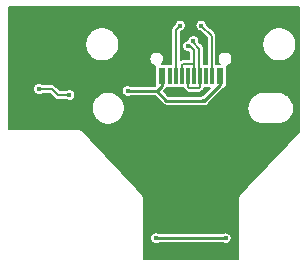
<source format=gbr>
%TF.GenerationSoftware,KiCad,Pcbnew,(5.1.10)-1*%
%TF.CreationDate,2022-04-16T23:27:38-04:00*%
%TF.ProjectId,001,3030312e-6b69-4636-9164-5f7063625858,rev?*%
%TF.SameCoordinates,Original*%
%TF.FileFunction,Copper,L2,Bot*%
%TF.FilePolarity,Positive*%
%FSLAX46Y46*%
G04 Gerber Fmt 4.6, Leading zero omitted, Abs format (unit mm)*
G04 Created by KiCad (PCBNEW (5.1.10)-1) date 2022-04-16 23:27:38*
%MOMM*%
%LPD*%
G01*
G04 APERTURE LIST*
%TA.AperFunction,SMDPad,CuDef*%
%ADD10R,0.600000X1.450000*%
%TD*%
%TA.AperFunction,SMDPad,CuDef*%
%ADD11R,0.300000X1.450000*%
%TD*%
%TA.AperFunction,ComponentPad*%
%ADD12O,1.000000X2.100000*%
%TD*%
%TA.AperFunction,ComponentPad*%
%ADD13O,1.000000X1.600000*%
%TD*%
%TA.AperFunction,ViaPad*%
%ADD14C,0.400000*%
%TD*%
%TA.AperFunction,Conductor*%
%ADD15C,0.200000*%
%TD*%
%TA.AperFunction,Conductor*%
%ADD16C,0.250000*%
%TD*%
%TA.AperFunction,Conductor*%
%ADD17C,0.100000*%
%TD*%
G04 APERTURE END LIST*
D10*
%TO.P,J1,B1*%
%TO.N,GND*%
X123154900Y-59515900D03*
%TO.P,J1,A9*%
%TO.N,VCC*%
X122354900Y-59515900D03*
%TO.P,J1,B9*%
X117454900Y-59515900D03*
%TO.P,J1,B12*%
%TO.N,GND*%
X116654900Y-59515900D03*
%TO.P,J1,A1*%
X116654900Y-59515900D03*
%TO.P,J1,A4*%
%TO.N,VCC*%
X117454900Y-59515900D03*
%TO.P,J1,B4*%
X122354900Y-59515900D03*
%TO.P,J1,A12*%
%TO.N,GND*%
X123154900Y-59515900D03*
D11*
%TO.P,J1,B8*%
%TO.N,Net-(J1-PadB8)*%
X118154900Y-59515900D03*
%TO.P,J1,A5*%
%TO.N,Net-(J1-PadA5)*%
X118654900Y-59515900D03*
%TO.P,J1,B7*%
%TO.N,/d-*%
X119154900Y-59515900D03*
%TO.P,J1,A7*%
X120154900Y-59515900D03*
%TO.P,J1,B6*%
%TO.N,/d+*%
X120654900Y-59515900D03*
%TO.P,J1,A8*%
%TO.N,Net-(J1-PadA8)*%
X121154900Y-59515900D03*
%TO.P,J1,B5*%
%TO.N,Net-(J1-PadB5)*%
X121654900Y-59515900D03*
%TO.P,J1,A6*%
%TO.N,/d+*%
X119654900Y-59515900D03*
D12*
%TO.P,J1,S1*%
%TO.N,GND*%
X124224900Y-58600900D03*
X115584900Y-58600900D03*
D13*
X115584900Y-54420900D03*
X124224900Y-54420900D03*
%TD*%
D14*
%TO.N,GND*%
X106807000Y-59055000D03*
X106680000Y-56515000D03*
X109982000Y-58674000D03*
X110744000Y-59436000D03*
X112268000Y-59944000D03*
X113665000Y-59436000D03*
X114427000Y-58674000D03*
X116459000Y-57277000D03*
X118110000Y-57277000D03*
X119380000Y-57785000D03*
X121158000Y-58039000D03*
X121031000Y-56642000D03*
X119888000Y-55499000D03*
X120015000Y-61087000D03*
X118618000Y-60960000D03*
X113538000Y-63881000D03*
X115443000Y-65786000D03*
X117094000Y-67437000D03*
X123571000Y-70739000D03*
X123825000Y-67183000D03*
X123825000Y-62865000D03*
X115062000Y-61595000D03*
X116967000Y-61976000D03*
X119253000Y-62230000D03*
X122428000Y-56769000D03*
X122047000Y-55499000D03*
X117221000Y-55499000D03*
X114554000Y-55753000D03*
X114046000Y-56388000D03*
X110871000Y-56261000D03*
X109982000Y-55880000D03*
X109093000Y-62865000D03*
X111379000Y-61341000D03*
X110236000Y-57277000D03*
X121666000Y-70739000D03*
X121920000Y-68326000D03*
X119761000Y-68961000D03*
X122047000Y-66675000D03*
X122047000Y-63754000D03*
X120904000Y-62738000D03*
X105110000Y-63460000D03*
X107420000Y-63560000D03*
%TO.N,Net-(J1-PadB5)*%
X120777000Y-55245000D03*
%TO.N,Net-(J1-PadA5)*%
X118999000Y-55245000D03*
%TO.N,/d-*%
X119658190Y-56998810D03*
%TO.N,/d+*%
X120117810Y-56539190D03*
%TO.N,VCC*%
X114546168Y-60779632D03*
X121034901Y-61595901D03*
%TO.N,/R*%
X107027160Y-60624599D03*
X109626341Y-61120901D03*
%TO.N,/Annode*%
X116954900Y-73250000D03*
X122854900Y-73250000D03*
%TD*%
D15*
%TO.N,Net-(J1-PadB5)*%
X121654900Y-56122900D02*
X120777000Y-55245000D01*
X121654900Y-59515900D02*
X121654900Y-56122900D01*
%TO.N,Net-(J1-PadA5)*%
X118654900Y-55589100D02*
X118999000Y-55245000D01*
X118654900Y-59515900D02*
X118654900Y-55589100D01*
%TO.N,/d-*%
X120154900Y-58600898D02*
X120154900Y-59515900D01*
X119254901Y-58490899D02*
X120044901Y-58490899D01*
X120044901Y-58490899D02*
X120154900Y-58600898D01*
X119154900Y-58590900D02*
X119254901Y-58490899D01*
X119154900Y-59515900D02*
X119154900Y-58590900D01*
X119658190Y-56998810D02*
X119799611Y-56998810D01*
X120154900Y-59515900D02*
X120154900Y-57354100D01*
X119799611Y-56998810D02*
X120046400Y-57245600D01*
X120154900Y-57354100D02*
X120046400Y-57245600D01*
%TO.N,/d+*%
X119654900Y-60430902D02*
X119654900Y-59515900D01*
X119764899Y-60540901D02*
X119654900Y-60430902D01*
X120554899Y-60540901D02*
X119764899Y-60540901D01*
X120654900Y-60440900D02*
X120554899Y-60540901D01*
X120654900Y-59515900D02*
X120654900Y-60440900D01*
X120629900Y-59490900D02*
X120654900Y-59515900D01*
X120629900Y-57192701D02*
X120629900Y-59490900D01*
X120117810Y-56680611D02*
X120629900Y-57192701D01*
X120117810Y-56539190D02*
X120117810Y-56680611D01*
D16*
%TO.N,VCC*%
X122354900Y-59515900D02*
X122354900Y-60275902D01*
X122354900Y-60275902D02*
X121034901Y-61595901D01*
X114546168Y-60779632D02*
X117001170Y-60779632D01*
X117001170Y-60779632D02*
X117454900Y-60325902D01*
X117454900Y-60325902D02*
X117454900Y-59515900D01*
X121034901Y-61595901D02*
X117817439Y-61595901D01*
X117817439Y-61595901D02*
X117001170Y-60779632D01*
D15*
%TO.N,/R*%
X109626341Y-61120901D02*
X108618901Y-61120901D01*
X108122599Y-60624599D02*
X107027160Y-60624599D01*
X108618901Y-61120901D02*
X108122599Y-60624599D01*
D16*
%TO.N,/Annode*%
X116954900Y-73250000D02*
X122854900Y-73250000D01*
%TD*%
D15*
%TO.N,GND*%
X129088000Y-64258884D02*
X123984482Y-69610983D01*
X123975080Y-69618699D01*
X123962452Y-69634085D01*
X123959779Y-69636889D01*
X123952322Y-69646429D01*
X123934466Y-69668186D01*
X123932629Y-69671623D01*
X123930230Y-69674692D01*
X123917555Y-69699824D01*
X123904288Y-69724646D01*
X123903157Y-69728374D01*
X123901402Y-69731854D01*
X123893866Y-69759002D01*
X123885704Y-69785909D01*
X123885323Y-69789780D01*
X123884279Y-69793540D01*
X123882185Y-69821642D01*
X123881001Y-69833659D01*
X123881001Y-69837523D01*
X123879521Y-69857381D01*
X123881001Y-69869458D01*
X123881000Y-75049500D01*
X115958500Y-75049500D01*
X115958500Y-73200754D01*
X116454900Y-73200754D01*
X116454900Y-73299246D01*
X116474115Y-73395845D01*
X116511806Y-73486839D01*
X116566525Y-73568731D01*
X116636169Y-73638375D01*
X116718061Y-73693094D01*
X116809055Y-73730785D01*
X116905654Y-73750000D01*
X117004146Y-73750000D01*
X117100745Y-73730785D01*
X117191739Y-73693094D01*
X117218818Y-73675000D01*
X122590982Y-73675000D01*
X122618061Y-73693094D01*
X122709055Y-73730785D01*
X122805654Y-73750000D01*
X122904146Y-73750000D01*
X123000745Y-73730785D01*
X123091739Y-73693094D01*
X123173631Y-73638375D01*
X123243275Y-73568731D01*
X123297994Y-73486839D01*
X123335685Y-73395845D01*
X123354900Y-73299246D01*
X123354900Y-73200754D01*
X123335685Y-73104155D01*
X123297994Y-73013161D01*
X123243275Y-72931269D01*
X123173631Y-72861625D01*
X123091739Y-72806906D01*
X123000745Y-72769215D01*
X122904146Y-72750000D01*
X122805654Y-72750000D01*
X122709055Y-72769215D01*
X122618061Y-72806906D01*
X122590982Y-72825000D01*
X117218818Y-72825000D01*
X117191739Y-72806906D01*
X117100745Y-72769215D01*
X117004146Y-72750000D01*
X116905654Y-72750000D01*
X116809055Y-72769215D01*
X116718061Y-72806906D01*
X116636169Y-72861625D01*
X116566525Y-72931269D01*
X116511806Y-73013161D01*
X116474115Y-73104155D01*
X116454900Y-73200754D01*
X115958500Y-73200754D01*
X115958500Y-69870776D01*
X115959928Y-69859657D01*
X115958500Y-69838868D01*
X115958500Y-69834039D01*
X115957404Y-69822911D01*
X115955541Y-69795789D01*
X115954272Y-69791112D01*
X115953797Y-69786289D01*
X115945901Y-69760260D01*
X115938777Y-69734003D01*
X115936619Y-69729663D01*
X115935213Y-69725026D01*
X115922388Y-69701031D01*
X115910281Y-69676675D01*
X115907321Y-69672842D01*
X115905035Y-69668566D01*
X115887765Y-69647524D01*
X115880952Y-69638702D01*
X115877653Y-69635202D01*
X115864421Y-69619079D01*
X115855748Y-69611961D01*
X110670654Y-64110702D01*
X110657421Y-64094579D01*
X110636379Y-64077310D01*
X110615884Y-64059450D01*
X110611684Y-64057043D01*
X110607934Y-64053965D01*
X110583918Y-64041129D01*
X110560341Y-64027615D01*
X110555750Y-64026073D01*
X110551474Y-64023787D01*
X110525438Y-64015889D01*
X110499655Y-64007227D01*
X110494848Y-64006610D01*
X110490211Y-64005203D01*
X110463117Y-64002534D01*
X110436157Y-63999072D01*
X110415368Y-64000500D01*
X104465000Y-64000500D01*
X104465000Y-62112486D01*
X111516617Y-62112486D01*
X111516617Y-62385954D01*
X111569968Y-62654167D01*
X111674620Y-62906818D01*
X111826550Y-63134199D01*
X112019921Y-63327570D01*
X112247302Y-63479500D01*
X112499953Y-63584152D01*
X112768166Y-63637503D01*
X113041634Y-63637503D01*
X113309847Y-63584152D01*
X113562498Y-63479500D01*
X113789879Y-63327570D01*
X113983250Y-63134199D01*
X114135180Y-62906818D01*
X114239832Y-62654167D01*
X114293183Y-62385954D01*
X114293183Y-62227096D01*
X124681263Y-62227096D01*
X124681469Y-62256556D01*
X124681264Y-62286005D01*
X124681706Y-62290521D01*
X124703126Y-62494323D01*
X124709049Y-62523178D01*
X124714569Y-62552113D01*
X124715881Y-62556458D01*
X124776479Y-62752217D01*
X124787898Y-62779381D01*
X124798928Y-62806681D01*
X124801058Y-62810689D01*
X124898525Y-62990951D01*
X124914992Y-63015363D01*
X124931126Y-63040019D01*
X124933994Y-63043536D01*
X125064617Y-63201432D01*
X125085511Y-63222180D01*
X125106128Y-63243233D01*
X125109625Y-63246126D01*
X125268429Y-63375644D01*
X125292974Y-63391951D01*
X125317269Y-63408586D01*
X125321261Y-63410745D01*
X125502198Y-63506951D01*
X125529412Y-63518167D01*
X125556505Y-63529779D01*
X125560840Y-63531122D01*
X125757018Y-63590352D01*
X125785916Y-63596074D01*
X125814726Y-63602197D01*
X125819240Y-63602672D01*
X126023186Y-63622669D01*
X126023192Y-63622669D01*
X126038939Y-63624220D01*
X127270861Y-63624220D01*
X127287644Y-63622567D01*
X127301275Y-63622567D01*
X127305788Y-63622093D01*
X127509435Y-63599250D01*
X127538225Y-63593130D01*
X127567142Y-63587404D01*
X127571477Y-63586062D01*
X127766809Y-63524099D01*
X127793841Y-63512512D01*
X127821117Y-63501270D01*
X127825109Y-63499111D01*
X128004685Y-63400388D01*
X128028992Y-63383745D01*
X128053523Y-63367446D01*
X128057020Y-63364554D01*
X128214002Y-63232832D01*
X128234607Y-63211790D01*
X128255512Y-63191030D01*
X128258381Y-63187513D01*
X128386788Y-63027808D01*
X128402924Y-63003149D01*
X128419389Y-62978739D01*
X128421519Y-62974732D01*
X128516459Y-62793128D01*
X128527476Y-62765859D01*
X128538908Y-62738663D01*
X128540220Y-62734318D01*
X128598079Y-62537731D01*
X128603600Y-62508790D01*
X128609521Y-62479941D01*
X128609965Y-62475424D01*
X128628537Y-62271345D01*
X128628331Y-62241885D01*
X128628536Y-62212436D01*
X128628094Y-62207919D01*
X128606674Y-62004117D01*
X128600751Y-61975263D01*
X128595231Y-61946327D01*
X128593919Y-61941983D01*
X128533321Y-61746223D01*
X128521907Y-61719071D01*
X128510872Y-61691759D01*
X128508742Y-61687752D01*
X128411275Y-61507489D01*
X128394808Y-61483077D01*
X128378674Y-61458421D01*
X128375806Y-61454904D01*
X128245183Y-61297008D01*
X128224272Y-61276243D01*
X128203672Y-61255207D01*
X128200175Y-61252314D01*
X128041370Y-61122796D01*
X128016821Y-61106485D01*
X127992531Y-61089854D01*
X127988539Y-61087695D01*
X127807602Y-60991489D01*
X127780420Y-60980286D01*
X127753295Y-60968660D01*
X127748960Y-60967318D01*
X127552782Y-60908088D01*
X127523884Y-60902366D01*
X127495074Y-60896243D01*
X127490560Y-60895768D01*
X127286614Y-60875771D01*
X127286608Y-60875771D01*
X127270861Y-60874220D01*
X126038939Y-60874220D01*
X126022156Y-60875873D01*
X126008525Y-60875873D01*
X126004012Y-60876347D01*
X125800365Y-60899190D01*
X125771538Y-60905318D01*
X125742658Y-60911037D01*
X125738322Y-60912378D01*
X125542991Y-60974341D01*
X125515947Y-60985933D01*
X125488683Y-60997170D01*
X125484691Y-60999328D01*
X125305115Y-61098052D01*
X125280834Y-61114677D01*
X125256277Y-61130993D01*
X125252780Y-61133886D01*
X125095799Y-61265608D01*
X125075196Y-61286647D01*
X125054288Y-61307410D01*
X125051419Y-61310927D01*
X124923012Y-61470633D01*
X124906876Y-61495292D01*
X124890411Y-61519702D01*
X124888280Y-61523709D01*
X124793341Y-61705312D01*
X124782312Y-61732610D01*
X124770892Y-61759777D01*
X124769580Y-61764121D01*
X124711721Y-61960709D01*
X124706199Y-61989656D01*
X124700279Y-62018499D01*
X124699835Y-62023016D01*
X124681263Y-62227096D01*
X114293183Y-62227096D01*
X114293183Y-62112486D01*
X114239832Y-61844273D01*
X114135180Y-61591622D01*
X113983250Y-61364241D01*
X113789879Y-61170870D01*
X113562498Y-61018940D01*
X113309847Y-60914288D01*
X113041634Y-60860937D01*
X112768166Y-60860937D01*
X112499953Y-60914288D01*
X112247302Y-61018940D01*
X112019921Y-61170870D01*
X111826550Y-61364241D01*
X111674620Y-61591622D01*
X111569968Y-61844273D01*
X111516617Y-62112486D01*
X104465000Y-62112486D01*
X104465000Y-60575353D01*
X106527160Y-60575353D01*
X106527160Y-60673845D01*
X106546375Y-60770444D01*
X106584066Y-60861438D01*
X106638785Y-60943330D01*
X106708429Y-61012974D01*
X106790321Y-61067693D01*
X106881315Y-61105384D01*
X106977914Y-61124599D01*
X107076406Y-61124599D01*
X107173005Y-61105384D01*
X107263999Y-61067693D01*
X107328493Y-61024599D01*
X107956914Y-61024599D01*
X108322168Y-61389854D01*
X108334690Y-61405112D01*
X108349948Y-61417634D01*
X108349950Y-61417636D01*
X108389454Y-61450056D01*
X108395598Y-61455098D01*
X108465087Y-61492241D01*
X108521245Y-61509276D01*
X108540487Y-61515113D01*
X108618900Y-61522836D01*
X108638547Y-61520901D01*
X109325008Y-61520901D01*
X109389502Y-61563995D01*
X109480496Y-61601686D01*
X109577095Y-61620901D01*
X109675587Y-61620901D01*
X109772186Y-61601686D01*
X109863180Y-61563995D01*
X109945072Y-61509276D01*
X110014716Y-61439632D01*
X110069435Y-61357740D01*
X110107126Y-61266746D01*
X110126341Y-61170147D01*
X110126341Y-61071655D01*
X110107126Y-60975056D01*
X110069435Y-60884062D01*
X110014716Y-60802170D01*
X109945072Y-60732526D01*
X109941870Y-60730386D01*
X114046168Y-60730386D01*
X114046168Y-60828878D01*
X114065383Y-60925477D01*
X114103074Y-61016471D01*
X114157793Y-61098363D01*
X114227437Y-61168007D01*
X114309329Y-61222726D01*
X114400323Y-61260417D01*
X114496922Y-61279632D01*
X114595414Y-61279632D01*
X114692013Y-61260417D01*
X114783007Y-61222726D01*
X114810086Y-61204632D01*
X116825130Y-61204632D01*
X117502160Y-61881663D01*
X117515465Y-61897875D01*
X117531677Y-61911180D01*
X117531678Y-61911181D01*
X117535883Y-61914632D01*
X117580179Y-61950985D01*
X117628294Y-61976702D01*
X117654011Y-61990449D01*
X117699066Y-62004116D01*
X117734125Y-62014751D01*
X117796565Y-62020901D01*
X117796572Y-62020901D01*
X117817439Y-62022956D01*
X117838306Y-62020901D01*
X120770983Y-62020901D01*
X120798062Y-62038995D01*
X120889056Y-62076686D01*
X120985655Y-62095901D01*
X121084147Y-62095901D01*
X121180746Y-62076686D01*
X121271740Y-62038995D01*
X121353632Y-61984276D01*
X121423276Y-61914632D01*
X121477995Y-61832740D01*
X121515686Y-61741746D01*
X121522040Y-61709802D01*
X122640662Y-60591181D01*
X122656874Y-60577876D01*
X122688766Y-60539016D01*
X122713710Y-60536559D01*
X122770260Y-60519404D01*
X122822377Y-60491547D01*
X122868058Y-60454058D01*
X122905547Y-60408377D01*
X122933404Y-60356260D01*
X122950559Y-60299710D01*
X122956351Y-60240900D01*
X122956351Y-58790900D01*
X122950559Y-58732090D01*
X122934850Y-58680306D01*
X122977206Y-58671881D01*
X123090948Y-58624768D01*
X123193314Y-58556369D01*
X123280369Y-58469314D01*
X123348768Y-58366948D01*
X123395881Y-58253206D01*
X123419900Y-58132457D01*
X123419900Y-58009343D01*
X123395881Y-57888594D01*
X123348768Y-57774852D01*
X123280369Y-57672486D01*
X123193314Y-57585431D01*
X123090948Y-57517032D01*
X122977206Y-57469919D01*
X122856457Y-57445900D01*
X122733343Y-57445900D01*
X122612594Y-57469919D01*
X122498852Y-57517032D01*
X122396486Y-57585431D01*
X122309431Y-57672486D01*
X122241032Y-57774852D01*
X122193919Y-57888594D01*
X122169900Y-58009343D01*
X122169900Y-58132457D01*
X122193919Y-58253206D01*
X122241032Y-58366948D01*
X122309431Y-58469314D01*
X122329566Y-58489449D01*
X122054900Y-58489449D01*
X122054900Y-56707585D01*
X125964078Y-56707585D01*
X125964078Y-56990855D01*
X126019341Y-57268681D01*
X126127744Y-57530388D01*
X126285120Y-57765918D01*
X126485422Y-57966220D01*
X126720952Y-58123596D01*
X126982659Y-58231999D01*
X127260485Y-58287262D01*
X127543755Y-58287262D01*
X127821581Y-58231999D01*
X128083288Y-58123596D01*
X128318818Y-57966220D01*
X128519120Y-57765918D01*
X128676496Y-57530388D01*
X128784899Y-57268681D01*
X128840162Y-56990855D01*
X128840162Y-56707585D01*
X128784899Y-56429759D01*
X128676496Y-56168052D01*
X128519120Y-55932522D01*
X128318818Y-55732220D01*
X128083288Y-55574844D01*
X127821581Y-55466441D01*
X127543755Y-55411178D01*
X127260485Y-55411178D01*
X126982659Y-55466441D01*
X126720952Y-55574844D01*
X126485422Y-55732220D01*
X126285120Y-55932522D01*
X126127744Y-56168052D01*
X126019341Y-56429759D01*
X125964078Y-56707585D01*
X122054900Y-56707585D01*
X122054900Y-56142535D01*
X122056834Y-56122899D01*
X122054900Y-56103263D01*
X122054900Y-56103253D01*
X122049112Y-56044486D01*
X122026240Y-55969086D01*
X121989097Y-55899597D01*
X121939111Y-55838689D01*
X121923853Y-55826167D01*
X121272918Y-55175233D01*
X121257785Y-55099155D01*
X121220094Y-55008161D01*
X121165375Y-54926269D01*
X121095731Y-54856625D01*
X121013839Y-54801906D01*
X120922845Y-54764215D01*
X120826246Y-54745000D01*
X120727754Y-54745000D01*
X120631155Y-54764215D01*
X120540161Y-54801906D01*
X120458269Y-54856625D01*
X120388625Y-54926269D01*
X120333906Y-55008161D01*
X120296215Y-55099155D01*
X120277000Y-55195754D01*
X120277000Y-55294246D01*
X120296215Y-55390845D01*
X120333906Y-55481839D01*
X120388625Y-55563731D01*
X120458269Y-55633375D01*
X120540161Y-55688094D01*
X120631155Y-55725785D01*
X120707233Y-55740918D01*
X121254901Y-56288587D01*
X121254900Y-58489449D01*
X121029900Y-58489449D01*
X121029900Y-57212348D01*
X121031835Y-57192701D01*
X121024112Y-57114287D01*
X121001240Y-57038887D01*
X120964097Y-56969398D01*
X120949954Y-56952165D01*
X120914111Y-56908490D01*
X120898849Y-56895965D01*
X120613415Y-56610531D01*
X120617810Y-56588436D01*
X120617810Y-56489944D01*
X120598595Y-56393345D01*
X120560904Y-56302351D01*
X120506185Y-56220459D01*
X120436541Y-56150815D01*
X120354649Y-56096096D01*
X120263655Y-56058405D01*
X120167056Y-56039190D01*
X120068564Y-56039190D01*
X119971965Y-56058405D01*
X119880971Y-56096096D01*
X119799079Y-56150815D01*
X119729435Y-56220459D01*
X119674716Y-56302351D01*
X119637025Y-56393345D01*
X119617810Y-56489944D01*
X119617810Y-56498810D01*
X119608944Y-56498810D01*
X119512345Y-56518025D01*
X119421351Y-56555716D01*
X119339459Y-56610435D01*
X119269815Y-56680079D01*
X119215096Y-56761971D01*
X119177405Y-56852965D01*
X119158190Y-56949564D01*
X119158190Y-57048056D01*
X119177405Y-57144655D01*
X119215096Y-57235649D01*
X119269815Y-57317541D01*
X119339459Y-57387185D01*
X119421351Y-57441904D01*
X119512345Y-57479595D01*
X119608944Y-57498810D01*
X119707436Y-57498810D01*
X119729531Y-57494415D01*
X119749660Y-57514544D01*
X119749665Y-57514550D01*
X119754901Y-57519786D01*
X119754901Y-58090899D01*
X119274548Y-58090899D01*
X119254901Y-58088964D01*
X119235254Y-58090899D01*
X119176487Y-58096687D01*
X119101087Y-58119559D01*
X119054900Y-58144247D01*
X119054900Y-55754785D01*
X119068767Y-55740918D01*
X119144845Y-55725785D01*
X119235839Y-55688094D01*
X119317731Y-55633375D01*
X119387375Y-55563731D01*
X119442094Y-55481839D01*
X119479785Y-55390845D01*
X119499000Y-55294246D01*
X119499000Y-55195754D01*
X119479785Y-55099155D01*
X119442094Y-55008161D01*
X119387375Y-54926269D01*
X119317731Y-54856625D01*
X119235839Y-54801906D01*
X119144845Y-54764215D01*
X119048246Y-54745000D01*
X118949754Y-54745000D01*
X118853155Y-54764215D01*
X118762161Y-54801906D01*
X118680269Y-54856625D01*
X118610625Y-54926269D01*
X118555906Y-55008161D01*
X118518215Y-55099155D01*
X118503082Y-55175233D01*
X118385947Y-55292368D01*
X118370690Y-55304889D01*
X118358168Y-55320147D01*
X118358165Y-55320150D01*
X118320703Y-55365798D01*
X118283561Y-55435286D01*
X118260688Y-55510687D01*
X118252965Y-55589100D01*
X118254901Y-55608756D01*
X118254900Y-58489449D01*
X118004900Y-58489449D01*
X117946090Y-58495241D01*
X117889540Y-58512396D01*
X117879900Y-58517549D01*
X117870260Y-58512396D01*
X117813710Y-58495241D01*
X117754900Y-58489449D01*
X117480234Y-58489449D01*
X117500369Y-58469314D01*
X117568768Y-58366948D01*
X117615881Y-58253206D01*
X117639900Y-58132457D01*
X117639900Y-58009343D01*
X117615881Y-57888594D01*
X117568768Y-57774852D01*
X117500369Y-57672486D01*
X117413314Y-57585431D01*
X117310948Y-57517032D01*
X117197206Y-57469919D01*
X117076457Y-57445900D01*
X116953343Y-57445900D01*
X116832594Y-57469919D01*
X116718852Y-57517032D01*
X116616486Y-57585431D01*
X116529431Y-57672486D01*
X116461032Y-57774852D01*
X116413919Y-57888594D01*
X116389900Y-58009343D01*
X116389900Y-58132457D01*
X116413919Y-58253206D01*
X116461032Y-58366948D01*
X116529431Y-58469314D01*
X116616486Y-58556369D01*
X116718852Y-58624768D01*
X116832594Y-58671881D01*
X116874950Y-58680306D01*
X116859241Y-58732090D01*
X116853449Y-58790900D01*
X116853449Y-60240900D01*
X116859241Y-60299710D01*
X116864085Y-60315677D01*
X116825130Y-60354632D01*
X114810086Y-60354632D01*
X114783007Y-60336538D01*
X114692013Y-60298847D01*
X114595414Y-60279632D01*
X114496922Y-60279632D01*
X114400323Y-60298847D01*
X114309329Y-60336538D01*
X114227437Y-60391257D01*
X114157793Y-60460901D01*
X114103074Y-60542793D01*
X114065383Y-60633787D01*
X114046168Y-60730386D01*
X109941870Y-60730386D01*
X109863180Y-60677807D01*
X109772186Y-60640116D01*
X109675587Y-60620901D01*
X109577095Y-60620901D01*
X109480496Y-60640116D01*
X109389502Y-60677807D01*
X109325008Y-60720901D01*
X108784587Y-60720901D01*
X108419336Y-60355651D01*
X108406810Y-60340388D01*
X108345902Y-60290402D01*
X108276413Y-60253259D01*
X108201013Y-60230387D01*
X108142246Y-60224599D01*
X108142245Y-60224599D01*
X108122599Y-60222664D01*
X108102953Y-60224599D01*
X107328493Y-60224599D01*
X107263999Y-60181505D01*
X107173005Y-60143814D01*
X107076406Y-60124599D01*
X106977914Y-60124599D01*
X106881315Y-60143814D01*
X106790321Y-60181505D01*
X106708429Y-60236224D01*
X106638785Y-60305868D01*
X106584066Y-60387760D01*
X106546375Y-60478754D01*
X106527160Y-60575353D01*
X104465000Y-60575353D01*
X104465000Y-56707585D01*
X110964078Y-56707585D01*
X110964078Y-56990855D01*
X111019341Y-57268681D01*
X111127744Y-57530388D01*
X111285120Y-57765918D01*
X111485422Y-57966220D01*
X111720952Y-58123596D01*
X111982659Y-58231999D01*
X112260485Y-58287262D01*
X112543755Y-58287262D01*
X112821581Y-58231999D01*
X113083288Y-58123596D01*
X113318818Y-57966220D01*
X113519120Y-57765918D01*
X113676496Y-57530388D01*
X113784899Y-57268681D01*
X113840162Y-56990855D01*
X113840162Y-56707585D01*
X113784899Y-56429759D01*
X113676496Y-56168052D01*
X113519120Y-55932522D01*
X113318818Y-55732220D01*
X113083288Y-55574844D01*
X112821581Y-55466441D01*
X112543755Y-55411178D01*
X112260485Y-55411178D01*
X111982659Y-55466441D01*
X111720952Y-55574844D01*
X111485422Y-55732220D01*
X111285120Y-55932522D01*
X111127744Y-56168052D01*
X111019341Y-56429759D01*
X110964078Y-56707585D01*
X104465000Y-56707585D01*
X104465000Y-53665000D01*
X129088001Y-53665000D01*
X129088000Y-64258884D01*
%TA.AperFunction,Conductor*%
D17*
G36*
X129088000Y-64258884D02*
G01*
X123984482Y-69610983D01*
X123975080Y-69618699D01*
X123962452Y-69634085D01*
X123959779Y-69636889D01*
X123952322Y-69646429D01*
X123934466Y-69668186D01*
X123932629Y-69671623D01*
X123930230Y-69674692D01*
X123917555Y-69699824D01*
X123904288Y-69724646D01*
X123903157Y-69728374D01*
X123901402Y-69731854D01*
X123893866Y-69759002D01*
X123885704Y-69785909D01*
X123885323Y-69789780D01*
X123884279Y-69793540D01*
X123882185Y-69821642D01*
X123881001Y-69833659D01*
X123881001Y-69837523D01*
X123879521Y-69857381D01*
X123881001Y-69869458D01*
X123881000Y-75049500D01*
X115958500Y-75049500D01*
X115958500Y-73200754D01*
X116454900Y-73200754D01*
X116454900Y-73299246D01*
X116474115Y-73395845D01*
X116511806Y-73486839D01*
X116566525Y-73568731D01*
X116636169Y-73638375D01*
X116718061Y-73693094D01*
X116809055Y-73730785D01*
X116905654Y-73750000D01*
X117004146Y-73750000D01*
X117100745Y-73730785D01*
X117191739Y-73693094D01*
X117218818Y-73675000D01*
X122590982Y-73675000D01*
X122618061Y-73693094D01*
X122709055Y-73730785D01*
X122805654Y-73750000D01*
X122904146Y-73750000D01*
X123000745Y-73730785D01*
X123091739Y-73693094D01*
X123173631Y-73638375D01*
X123243275Y-73568731D01*
X123297994Y-73486839D01*
X123335685Y-73395845D01*
X123354900Y-73299246D01*
X123354900Y-73200754D01*
X123335685Y-73104155D01*
X123297994Y-73013161D01*
X123243275Y-72931269D01*
X123173631Y-72861625D01*
X123091739Y-72806906D01*
X123000745Y-72769215D01*
X122904146Y-72750000D01*
X122805654Y-72750000D01*
X122709055Y-72769215D01*
X122618061Y-72806906D01*
X122590982Y-72825000D01*
X117218818Y-72825000D01*
X117191739Y-72806906D01*
X117100745Y-72769215D01*
X117004146Y-72750000D01*
X116905654Y-72750000D01*
X116809055Y-72769215D01*
X116718061Y-72806906D01*
X116636169Y-72861625D01*
X116566525Y-72931269D01*
X116511806Y-73013161D01*
X116474115Y-73104155D01*
X116454900Y-73200754D01*
X115958500Y-73200754D01*
X115958500Y-69870776D01*
X115959928Y-69859657D01*
X115958500Y-69838868D01*
X115958500Y-69834039D01*
X115957404Y-69822911D01*
X115955541Y-69795789D01*
X115954272Y-69791112D01*
X115953797Y-69786289D01*
X115945901Y-69760260D01*
X115938777Y-69734003D01*
X115936619Y-69729663D01*
X115935213Y-69725026D01*
X115922388Y-69701031D01*
X115910281Y-69676675D01*
X115907321Y-69672842D01*
X115905035Y-69668566D01*
X115887765Y-69647524D01*
X115880952Y-69638702D01*
X115877653Y-69635202D01*
X115864421Y-69619079D01*
X115855748Y-69611961D01*
X110670654Y-64110702D01*
X110657421Y-64094579D01*
X110636379Y-64077310D01*
X110615884Y-64059450D01*
X110611684Y-64057043D01*
X110607934Y-64053965D01*
X110583918Y-64041129D01*
X110560341Y-64027615D01*
X110555750Y-64026073D01*
X110551474Y-64023787D01*
X110525438Y-64015889D01*
X110499655Y-64007227D01*
X110494848Y-64006610D01*
X110490211Y-64005203D01*
X110463117Y-64002534D01*
X110436157Y-63999072D01*
X110415368Y-64000500D01*
X104465000Y-64000500D01*
X104465000Y-62112486D01*
X111516617Y-62112486D01*
X111516617Y-62385954D01*
X111569968Y-62654167D01*
X111674620Y-62906818D01*
X111826550Y-63134199D01*
X112019921Y-63327570D01*
X112247302Y-63479500D01*
X112499953Y-63584152D01*
X112768166Y-63637503D01*
X113041634Y-63637503D01*
X113309847Y-63584152D01*
X113562498Y-63479500D01*
X113789879Y-63327570D01*
X113983250Y-63134199D01*
X114135180Y-62906818D01*
X114239832Y-62654167D01*
X114293183Y-62385954D01*
X114293183Y-62227096D01*
X124681263Y-62227096D01*
X124681469Y-62256556D01*
X124681264Y-62286005D01*
X124681706Y-62290521D01*
X124703126Y-62494323D01*
X124709049Y-62523178D01*
X124714569Y-62552113D01*
X124715881Y-62556458D01*
X124776479Y-62752217D01*
X124787898Y-62779381D01*
X124798928Y-62806681D01*
X124801058Y-62810689D01*
X124898525Y-62990951D01*
X124914992Y-63015363D01*
X124931126Y-63040019D01*
X124933994Y-63043536D01*
X125064617Y-63201432D01*
X125085511Y-63222180D01*
X125106128Y-63243233D01*
X125109625Y-63246126D01*
X125268429Y-63375644D01*
X125292974Y-63391951D01*
X125317269Y-63408586D01*
X125321261Y-63410745D01*
X125502198Y-63506951D01*
X125529412Y-63518167D01*
X125556505Y-63529779D01*
X125560840Y-63531122D01*
X125757018Y-63590352D01*
X125785916Y-63596074D01*
X125814726Y-63602197D01*
X125819240Y-63602672D01*
X126023186Y-63622669D01*
X126023192Y-63622669D01*
X126038939Y-63624220D01*
X127270861Y-63624220D01*
X127287644Y-63622567D01*
X127301275Y-63622567D01*
X127305788Y-63622093D01*
X127509435Y-63599250D01*
X127538225Y-63593130D01*
X127567142Y-63587404D01*
X127571477Y-63586062D01*
X127766809Y-63524099D01*
X127793841Y-63512512D01*
X127821117Y-63501270D01*
X127825109Y-63499111D01*
X128004685Y-63400388D01*
X128028992Y-63383745D01*
X128053523Y-63367446D01*
X128057020Y-63364554D01*
X128214002Y-63232832D01*
X128234607Y-63211790D01*
X128255512Y-63191030D01*
X128258381Y-63187513D01*
X128386788Y-63027808D01*
X128402924Y-63003149D01*
X128419389Y-62978739D01*
X128421519Y-62974732D01*
X128516459Y-62793128D01*
X128527476Y-62765859D01*
X128538908Y-62738663D01*
X128540220Y-62734318D01*
X128598079Y-62537731D01*
X128603600Y-62508790D01*
X128609521Y-62479941D01*
X128609965Y-62475424D01*
X128628537Y-62271345D01*
X128628331Y-62241885D01*
X128628536Y-62212436D01*
X128628094Y-62207919D01*
X128606674Y-62004117D01*
X128600751Y-61975263D01*
X128595231Y-61946327D01*
X128593919Y-61941983D01*
X128533321Y-61746223D01*
X128521907Y-61719071D01*
X128510872Y-61691759D01*
X128508742Y-61687752D01*
X128411275Y-61507489D01*
X128394808Y-61483077D01*
X128378674Y-61458421D01*
X128375806Y-61454904D01*
X128245183Y-61297008D01*
X128224272Y-61276243D01*
X128203672Y-61255207D01*
X128200175Y-61252314D01*
X128041370Y-61122796D01*
X128016821Y-61106485D01*
X127992531Y-61089854D01*
X127988539Y-61087695D01*
X127807602Y-60991489D01*
X127780420Y-60980286D01*
X127753295Y-60968660D01*
X127748960Y-60967318D01*
X127552782Y-60908088D01*
X127523884Y-60902366D01*
X127495074Y-60896243D01*
X127490560Y-60895768D01*
X127286614Y-60875771D01*
X127286608Y-60875771D01*
X127270861Y-60874220D01*
X126038939Y-60874220D01*
X126022156Y-60875873D01*
X126008525Y-60875873D01*
X126004012Y-60876347D01*
X125800365Y-60899190D01*
X125771538Y-60905318D01*
X125742658Y-60911037D01*
X125738322Y-60912378D01*
X125542991Y-60974341D01*
X125515947Y-60985933D01*
X125488683Y-60997170D01*
X125484691Y-60999328D01*
X125305115Y-61098052D01*
X125280834Y-61114677D01*
X125256277Y-61130993D01*
X125252780Y-61133886D01*
X125095799Y-61265608D01*
X125075196Y-61286647D01*
X125054288Y-61307410D01*
X125051419Y-61310927D01*
X124923012Y-61470633D01*
X124906876Y-61495292D01*
X124890411Y-61519702D01*
X124888280Y-61523709D01*
X124793341Y-61705312D01*
X124782312Y-61732610D01*
X124770892Y-61759777D01*
X124769580Y-61764121D01*
X124711721Y-61960709D01*
X124706199Y-61989656D01*
X124700279Y-62018499D01*
X124699835Y-62023016D01*
X124681263Y-62227096D01*
X114293183Y-62227096D01*
X114293183Y-62112486D01*
X114239832Y-61844273D01*
X114135180Y-61591622D01*
X113983250Y-61364241D01*
X113789879Y-61170870D01*
X113562498Y-61018940D01*
X113309847Y-60914288D01*
X113041634Y-60860937D01*
X112768166Y-60860937D01*
X112499953Y-60914288D01*
X112247302Y-61018940D01*
X112019921Y-61170870D01*
X111826550Y-61364241D01*
X111674620Y-61591622D01*
X111569968Y-61844273D01*
X111516617Y-62112486D01*
X104465000Y-62112486D01*
X104465000Y-60575353D01*
X106527160Y-60575353D01*
X106527160Y-60673845D01*
X106546375Y-60770444D01*
X106584066Y-60861438D01*
X106638785Y-60943330D01*
X106708429Y-61012974D01*
X106790321Y-61067693D01*
X106881315Y-61105384D01*
X106977914Y-61124599D01*
X107076406Y-61124599D01*
X107173005Y-61105384D01*
X107263999Y-61067693D01*
X107328493Y-61024599D01*
X107956914Y-61024599D01*
X108322168Y-61389854D01*
X108334690Y-61405112D01*
X108349948Y-61417634D01*
X108349950Y-61417636D01*
X108389454Y-61450056D01*
X108395598Y-61455098D01*
X108465087Y-61492241D01*
X108521245Y-61509276D01*
X108540487Y-61515113D01*
X108618900Y-61522836D01*
X108638547Y-61520901D01*
X109325008Y-61520901D01*
X109389502Y-61563995D01*
X109480496Y-61601686D01*
X109577095Y-61620901D01*
X109675587Y-61620901D01*
X109772186Y-61601686D01*
X109863180Y-61563995D01*
X109945072Y-61509276D01*
X110014716Y-61439632D01*
X110069435Y-61357740D01*
X110107126Y-61266746D01*
X110126341Y-61170147D01*
X110126341Y-61071655D01*
X110107126Y-60975056D01*
X110069435Y-60884062D01*
X110014716Y-60802170D01*
X109945072Y-60732526D01*
X109941870Y-60730386D01*
X114046168Y-60730386D01*
X114046168Y-60828878D01*
X114065383Y-60925477D01*
X114103074Y-61016471D01*
X114157793Y-61098363D01*
X114227437Y-61168007D01*
X114309329Y-61222726D01*
X114400323Y-61260417D01*
X114496922Y-61279632D01*
X114595414Y-61279632D01*
X114692013Y-61260417D01*
X114783007Y-61222726D01*
X114810086Y-61204632D01*
X116825130Y-61204632D01*
X117502160Y-61881663D01*
X117515465Y-61897875D01*
X117531677Y-61911180D01*
X117531678Y-61911181D01*
X117535883Y-61914632D01*
X117580179Y-61950985D01*
X117628294Y-61976702D01*
X117654011Y-61990449D01*
X117699066Y-62004116D01*
X117734125Y-62014751D01*
X117796565Y-62020901D01*
X117796572Y-62020901D01*
X117817439Y-62022956D01*
X117838306Y-62020901D01*
X120770983Y-62020901D01*
X120798062Y-62038995D01*
X120889056Y-62076686D01*
X120985655Y-62095901D01*
X121084147Y-62095901D01*
X121180746Y-62076686D01*
X121271740Y-62038995D01*
X121353632Y-61984276D01*
X121423276Y-61914632D01*
X121477995Y-61832740D01*
X121515686Y-61741746D01*
X121522040Y-61709802D01*
X122640662Y-60591181D01*
X122656874Y-60577876D01*
X122688766Y-60539016D01*
X122713710Y-60536559D01*
X122770260Y-60519404D01*
X122822377Y-60491547D01*
X122868058Y-60454058D01*
X122905547Y-60408377D01*
X122933404Y-60356260D01*
X122950559Y-60299710D01*
X122956351Y-60240900D01*
X122956351Y-58790900D01*
X122950559Y-58732090D01*
X122934850Y-58680306D01*
X122977206Y-58671881D01*
X123090948Y-58624768D01*
X123193314Y-58556369D01*
X123280369Y-58469314D01*
X123348768Y-58366948D01*
X123395881Y-58253206D01*
X123419900Y-58132457D01*
X123419900Y-58009343D01*
X123395881Y-57888594D01*
X123348768Y-57774852D01*
X123280369Y-57672486D01*
X123193314Y-57585431D01*
X123090948Y-57517032D01*
X122977206Y-57469919D01*
X122856457Y-57445900D01*
X122733343Y-57445900D01*
X122612594Y-57469919D01*
X122498852Y-57517032D01*
X122396486Y-57585431D01*
X122309431Y-57672486D01*
X122241032Y-57774852D01*
X122193919Y-57888594D01*
X122169900Y-58009343D01*
X122169900Y-58132457D01*
X122193919Y-58253206D01*
X122241032Y-58366948D01*
X122309431Y-58469314D01*
X122329566Y-58489449D01*
X122054900Y-58489449D01*
X122054900Y-56707585D01*
X125964078Y-56707585D01*
X125964078Y-56990855D01*
X126019341Y-57268681D01*
X126127744Y-57530388D01*
X126285120Y-57765918D01*
X126485422Y-57966220D01*
X126720952Y-58123596D01*
X126982659Y-58231999D01*
X127260485Y-58287262D01*
X127543755Y-58287262D01*
X127821581Y-58231999D01*
X128083288Y-58123596D01*
X128318818Y-57966220D01*
X128519120Y-57765918D01*
X128676496Y-57530388D01*
X128784899Y-57268681D01*
X128840162Y-56990855D01*
X128840162Y-56707585D01*
X128784899Y-56429759D01*
X128676496Y-56168052D01*
X128519120Y-55932522D01*
X128318818Y-55732220D01*
X128083288Y-55574844D01*
X127821581Y-55466441D01*
X127543755Y-55411178D01*
X127260485Y-55411178D01*
X126982659Y-55466441D01*
X126720952Y-55574844D01*
X126485422Y-55732220D01*
X126285120Y-55932522D01*
X126127744Y-56168052D01*
X126019341Y-56429759D01*
X125964078Y-56707585D01*
X122054900Y-56707585D01*
X122054900Y-56142535D01*
X122056834Y-56122899D01*
X122054900Y-56103263D01*
X122054900Y-56103253D01*
X122049112Y-56044486D01*
X122026240Y-55969086D01*
X121989097Y-55899597D01*
X121939111Y-55838689D01*
X121923853Y-55826167D01*
X121272918Y-55175233D01*
X121257785Y-55099155D01*
X121220094Y-55008161D01*
X121165375Y-54926269D01*
X121095731Y-54856625D01*
X121013839Y-54801906D01*
X120922845Y-54764215D01*
X120826246Y-54745000D01*
X120727754Y-54745000D01*
X120631155Y-54764215D01*
X120540161Y-54801906D01*
X120458269Y-54856625D01*
X120388625Y-54926269D01*
X120333906Y-55008161D01*
X120296215Y-55099155D01*
X120277000Y-55195754D01*
X120277000Y-55294246D01*
X120296215Y-55390845D01*
X120333906Y-55481839D01*
X120388625Y-55563731D01*
X120458269Y-55633375D01*
X120540161Y-55688094D01*
X120631155Y-55725785D01*
X120707233Y-55740918D01*
X121254901Y-56288587D01*
X121254900Y-58489449D01*
X121029900Y-58489449D01*
X121029900Y-57212348D01*
X121031835Y-57192701D01*
X121024112Y-57114287D01*
X121001240Y-57038887D01*
X120964097Y-56969398D01*
X120949954Y-56952165D01*
X120914111Y-56908490D01*
X120898849Y-56895965D01*
X120613415Y-56610531D01*
X120617810Y-56588436D01*
X120617810Y-56489944D01*
X120598595Y-56393345D01*
X120560904Y-56302351D01*
X120506185Y-56220459D01*
X120436541Y-56150815D01*
X120354649Y-56096096D01*
X120263655Y-56058405D01*
X120167056Y-56039190D01*
X120068564Y-56039190D01*
X119971965Y-56058405D01*
X119880971Y-56096096D01*
X119799079Y-56150815D01*
X119729435Y-56220459D01*
X119674716Y-56302351D01*
X119637025Y-56393345D01*
X119617810Y-56489944D01*
X119617810Y-56498810D01*
X119608944Y-56498810D01*
X119512345Y-56518025D01*
X119421351Y-56555716D01*
X119339459Y-56610435D01*
X119269815Y-56680079D01*
X119215096Y-56761971D01*
X119177405Y-56852965D01*
X119158190Y-56949564D01*
X119158190Y-57048056D01*
X119177405Y-57144655D01*
X119215096Y-57235649D01*
X119269815Y-57317541D01*
X119339459Y-57387185D01*
X119421351Y-57441904D01*
X119512345Y-57479595D01*
X119608944Y-57498810D01*
X119707436Y-57498810D01*
X119729531Y-57494415D01*
X119749660Y-57514544D01*
X119749665Y-57514550D01*
X119754901Y-57519786D01*
X119754901Y-58090899D01*
X119274548Y-58090899D01*
X119254901Y-58088964D01*
X119235254Y-58090899D01*
X119176487Y-58096687D01*
X119101087Y-58119559D01*
X119054900Y-58144247D01*
X119054900Y-55754785D01*
X119068767Y-55740918D01*
X119144845Y-55725785D01*
X119235839Y-55688094D01*
X119317731Y-55633375D01*
X119387375Y-55563731D01*
X119442094Y-55481839D01*
X119479785Y-55390845D01*
X119499000Y-55294246D01*
X119499000Y-55195754D01*
X119479785Y-55099155D01*
X119442094Y-55008161D01*
X119387375Y-54926269D01*
X119317731Y-54856625D01*
X119235839Y-54801906D01*
X119144845Y-54764215D01*
X119048246Y-54745000D01*
X118949754Y-54745000D01*
X118853155Y-54764215D01*
X118762161Y-54801906D01*
X118680269Y-54856625D01*
X118610625Y-54926269D01*
X118555906Y-55008161D01*
X118518215Y-55099155D01*
X118503082Y-55175233D01*
X118385947Y-55292368D01*
X118370690Y-55304889D01*
X118358168Y-55320147D01*
X118358165Y-55320150D01*
X118320703Y-55365798D01*
X118283561Y-55435286D01*
X118260688Y-55510687D01*
X118252965Y-55589100D01*
X118254901Y-55608756D01*
X118254900Y-58489449D01*
X118004900Y-58489449D01*
X117946090Y-58495241D01*
X117889540Y-58512396D01*
X117879900Y-58517549D01*
X117870260Y-58512396D01*
X117813710Y-58495241D01*
X117754900Y-58489449D01*
X117480234Y-58489449D01*
X117500369Y-58469314D01*
X117568768Y-58366948D01*
X117615881Y-58253206D01*
X117639900Y-58132457D01*
X117639900Y-58009343D01*
X117615881Y-57888594D01*
X117568768Y-57774852D01*
X117500369Y-57672486D01*
X117413314Y-57585431D01*
X117310948Y-57517032D01*
X117197206Y-57469919D01*
X117076457Y-57445900D01*
X116953343Y-57445900D01*
X116832594Y-57469919D01*
X116718852Y-57517032D01*
X116616486Y-57585431D01*
X116529431Y-57672486D01*
X116461032Y-57774852D01*
X116413919Y-57888594D01*
X116389900Y-58009343D01*
X116389900Y-58132457D01*
X116413919Y-58253206D01*
X116461032Y-58366948D01*
X116529431Y-58469314D01*
X116616486Y-58556369D01*
X116718852Y-58624768D01*
X116832594Y-58671881D01*
X116874950Y-58680306D01*
X116859241Y-58732090D01*
X116853449Y-58790900D01*
X116853449Y-60240900D01*
X116859241Y-60299710D01*
X116864085Y-60315677D01*
X116825130Y-60354632D01*
X114810086Y-60354632D01*
X114783007Y-60336538D01*
X114692013Y-60298847D01*
X114595414Y-60279632D01*
X114496922Y-60279632D01*
X114400323Y-60298847D01*
X114309329Y-60336538D01*
X114227437Y-60391257D01*
X114157793Y-60460901D01*
X114103074Y-60542793D01*
X114065383Y-60633787D01*
X114046168Y-60730386D01*
X109941870Y-60730386D01*
X109863180Y-60677807D01*
X109772186Y-60640116D01*
X109675587Y-60620901D01*
X109577095Y-60620901D01*
X109480496Y-60640116D01*
X109389502Y-60677807D01*
X109325008Y-60720901D01*
X108784587Y-60720901D01*
X108419336Y-60355651D01*
X108406810Y-60340388D01*
X108345902Y-60290402D01*
X108276413Y-60253259D01*
X108201013Y-60230387D01*
X108142246Y-60224599D01*
X108142245Y-60224599D01*
X108122599Y-60222664D01*
X108102953Y-60224599D01*
X107328493Y-60224599D01*
X107263999Y-60181505D01*
X107173005Y-60143814D01*
X107076406Y-60124599D01*
X106977914Y-60124599D01*
X106881315Y-60143814D01*
X106790321Y-60181505D01*
X106708429Y-60236224D01*
X106638785Y-60305868D01*
X106584066Y-60387760D01*
X106546375Y-60478754D01*
X106527160Y-60575353D01*
X104465000Y-60575353D01*
X104465000Y-56707585D01*
X110964078Y-56707585D01*
X110964078Y-56990855D01*
X111019341Y-57268681D01*
X111127744Y-57530388D01*
X111285120Y-57765918D01*
X111485422Y-57966220D01*
X111720952Y-58123596D01*
X111982659Y-58231999D01*
X112260485Y-58287262D01*
X112543755Y-58287262D01*
X112821581Y-58231999D01*
X113083288Y-58123596D01*
X113318818Y-57966220D01*
X113519120Y-57765918D01*
X113676496Y-57530388D01*
X113784899Y-57268681D01*
X113840162Y-56990855D01*
X113840162Y-56707585D01*
X113784899Y-56429759D01*
X113676496Y-56168052D01*
X113519120Y-55932522D01*
X113318818Y-55732220D01*
X113083288Y-55574844D01*
X112821581Y-55466441D01*
X112543755Y-55411178D01*
X112260485Y-55411178D01*
X111982659Y-55466441D01*
X111720952Y-55574844D01*
X111485422Y-55732220D01*
X111285120Y-55932522D01*
X111127744Y-56168052D01*
X111019341Y-56429759D01*
X110964078Y-56707585D01*
X104465000Y-56707585D01*
X104465000Y-53665000D01*
X129088001Y-53665000D01*
X129088000Y-64258884D01*
G37*
%TD.AperFunction*%
D15*
X117889540Y-60519404D02*
X117946090Y-60536559D01*
X118004900Y-60542351D01*
X118304900Y-60542351D01*
X118363710Y-60536559D01*
X118404900Y-60524064D01*
X118446090Y-60536559D01*
X118504900Y-60542351D01*
X118804900Y-60542351D01*
X118863710Y-60536559D01*
X118904900Y-60524064D01*
X118946090Y-60536559D01*
X119004900Y-60542351D01*
X119270709Y-60542351D01*
X119283560Y-60584715D01*
X119320703Y-60654204D01*
X119370689Y-60715113D01*
X119385952Y-60727639D01*
X119468162Y-60809849D01*
X119480688Y-60825112D01*
X119541596Y-60875098D01*
X119611085Y-60912241D01*
X119686485Y-60935113D01*
X119745252Y-60940901D01*
X119745262Y-60940901D01*
X119764898Y-60942835D01*
X119784534Y-60940901D01*
X120535253Y-60940901D01*
X120554899Y-60942836D01*
X120574545Y-60940901D01*
X120574546Y-60940901D01*
X120633313Y-60935113D01*
X120708713Y-60912241D01*
X120778202Y-60875098D01*
X120839110Y-60825112D01*
X120851636Y-60809849D01*
X120923848Y-60737637D01*
X120939111Y-60725111D01*
X120989097Y-60664203D01*
X121026240Y-60594714D01*
X121042124Y-60542351D01*
X121304900Y-60542351D01*
X121363710Y-60536559D01*
X121404900Y-60524064D01*
X121446090Y-60536559D01*
X121488978Y-60540783D01*
X120921000Y-61108762D01*
X120889056Y-61115116D01*
X120798062Y-61152807D01*
X120770983Y-61170901D01*
X117993480Y-61170901D01*
X117602211Y-60779632D01*
X117740663Y-60641180D01*
X117756874Y-60627876D01*
X117809984Y-60563162D01*
X117826234Y-60532760D01*
X117870260Y-60519404D01*
X117879900Y-60514251D01*
X117889540Y-60519404D01*
%TA.AperFunction,Conductor*%
D17*
G36*
X117889540Y-60519404D02*
G01*
X117946090Y-60536559D01*
X118004900Y-60542351D01*
X118304900Y-60542351D01*
X118363710Y-60536559D01*
X118404900Y-60524064D01*
X118446090Y-60536559D01*
X118504900Y-60542351D01*
X118804900Y-60542351D01*
X118863710Y-60536559D01*
X118904900Y-60524064D01*
X118946090Y-60536559D01*
X119004900Y-60542351D01*
X119270709Y-60542351D01*
X119283560Y-60584715D01*
X119320703Y-60654204D01*
X119370689Y-60715113D01*
X119385952Y-60727639D01*
X119468162Y-60809849D01*
X119480688Y-60825112D01*
X119541596Y-60875098D01*
X119611085Y-60912241D01*
X119686485Y-60935113D01*
X119745252Y-60940901D01*
X119745262Y-60940901D01*
X119764898Y-60942835D01*
X119784534Y-60940901D01*
X120535253Y-60940901D01*
X120554899Y-60942836D01*
X120574545Y-60940901D01*
X120574546Y-60940901D01*
X120633313Y-60935113D01*
X120708713Y-60912241D01*
X120778202Y-60875098D01*
X120839110Y-60825112D01*
X120851636Y-60809849D01*
X120923848Y-60737637D01*
X120939111Y-60725111D01*
X120989097Y-60664203D01*
X121026240Y-60594714D01*
X121042124Y-60542351D01*
X121304900Y-60542351D01*
X121363710Y-60536559D01*
X121404900Y-60524064D01*
X121446090Y-60536559D01*
X121488978Y-60540783D01*
X120921000Y-61108762D01*
X120889056Y-61115116D01*
X120798062Y-61152807D01*
X120770983Y-61170901D01*
X117993480Y-61170901D01*
X117602211Y-60779632D01*
X117740663Y-60641180D01*
X117756874Y-60627876D01*
X117809984Y-60563162D01*
X117826234Y-60532760D01*
X117870260Y-60519404D01*
X117879900Y-60514251D01*
X117889540Y-60519404D01*
G37*
%TD.AperFunction*%
%TD*%
M02*

</source>
